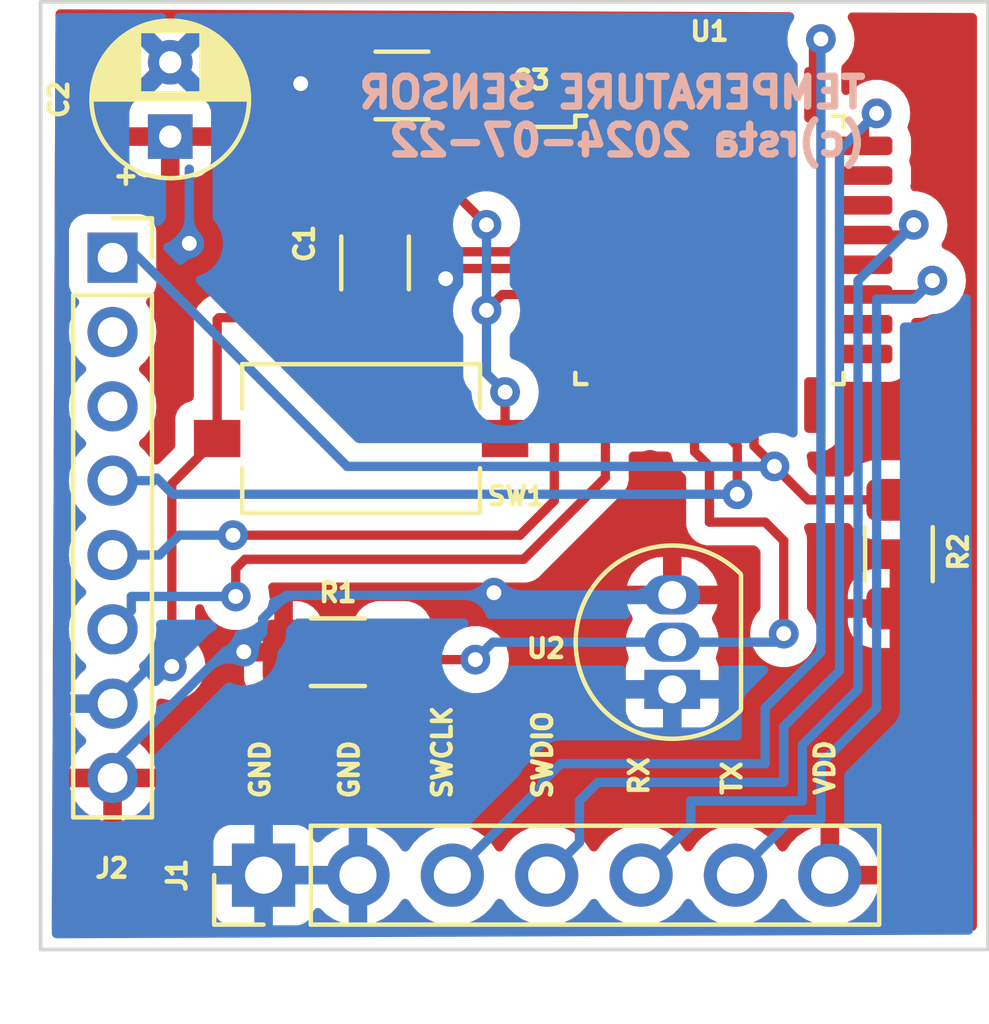
<source format=kicad_pcb>
(kicad_pcb (version 20221018) (generator pcbnew)
  (title_block (title "Temp sensor") (date "2023-12-30") (rev "0.9") (comment 4 "AISLER Project ID: LMPZAFJF"))
  (layers (0 "F.Cu" signal) (31 "B.Cu" signal) (34 "B.Paste" user) (35 "F.Paste" user) (36 "B.SilkS" user "B.Silkscreen") (37 "F.SilkS" user "F.Silkscreen") (38 "B.Mask" user) (39 "F.Mask" user) (44 "Edge.Cuts" user))
  (net 0 "")
  (net 1 "VDD")
  (net 2 "GND")
  (net 3 "Net-(J1-Pin_3)")
  (net 4 "Net-(J1-Pin_4)")
  (net 5 "Net-(J1-Pin_5)")
  (net 6 "Net-(J1-Pin_6)")
  (net 7 "Net-(J2-Pin_1)")
  (net 10 "Net-(J2-Pin_4)")
  (net 11 "Net-(J2-Pin_5)")
  (net 12 "Net-(J2-Pin_6)")
  (net 16 "Net-(U1-NRST)")
  (net 29 "Net-(U1-PA5)")
  (footprint "Resistor_SMD:R_1206_3216Metric" (layer "F.Cu") (at 154 96)
    (fp_text reference "R1" (at 0 -1.6) (layer "F.SilkS") (effects (font (size 0.5 0.5) (thickness 0.125))))
    (fp_text value "4k7")
    (fp_line (start -0.727064 -0.91) (end 0.727064 -0.91) (stroke (width 0.12)) (layer "F.SilkS"))
    (fp_line (start -0.727064 0.91) (end 0.727064 0.91) (stroke (width 0.12)) (layer "F.SilkS"))
    (pad "1" smd roundrect (at -1.4625 0) (size 1.125 1.75) (layers "F.Cu" "F.Paste" "F.Mask") (roundrect_rratio 0.2222222222) (net 1 "VDD"))
    (pad "2" smd roundrect (at 1.4625 0) (size 1.125 1.75) (layers "F.Cu" "F.Paste" "F.Mask") (roundrect_rratio 0.2222222222) (net 29 "Net-(U1-PA5)"))
  )
  (footprint "Capacitor_SMD:C_1206_3216Metric" (layer "F.Cu") (at 155 85.525 -90)
    (fp_text reference "C1" (at -0.525 1.9 90) (layer "F.SilkS") (effects (font (size 0.5 0.5) (thickness 0.125))))
    (fp_text value "100nF")
    (fp_line (start -0.711252 -0.91) (end 0.711252 -0.91) (stroke (width 0.12)) (layer "F.SilkS"))
    (fp_line (start -0.711252 0.91) (end 0.711252 0.91) (stroke (width 0.12)) (layer "F.SilkS"))
    (pad "1" smd roundrect (at -1.475 0 270) (size 1.15 1.8) (layers "F.Cu" "F.Paste" "F.Mask") (roundrect_rratio 0.2173913043) (net 1 "VDD"))
    (pad "2" smd roundrect (at 1.475 0 270) (size 1.15 1.8) (layers "F.Cu" "F.Paste" "F.Mask") (roundrect_rratio 0.2173913043) (net 2 "GND"))
  )
  (footprint "Capacitor_THT:CP_Radial_D4.0mm_P2.00mm" (layer "F.Cu") (at 149.487638 82.125661 90)
    (fp_text reference "C2" (at 1 -3 90) (layer "F.SilkS") (effects (font (size 0.5 0.5) (thickness 0.125))))
    (fp_text value "4.7uF")
    (fp_line (start -1.269801 -1.195) (end -0.869801 -1.195) (stroke (width 0.12)) (layer "F.SilkS"))
    (fp_line (start -1.069801 -1.395) (end -1.069801 -0.995) (stroke (width 0.12)) (layer "F.SilkS"))
    (fp_line (start 1 -2.08) (end 1 2.08) (stroke (width 0.12)) (layer "F.SilkS"))
    (fp_line (start 1.04 -2.08) (end 1.04 2.08) (stroke (width 0.12)) (layer "F.SilkS"))
    (fp_line (start 1.08 -2.079) (end 1.08 2.079) (stroke (width 0.12)) (layer "F.SilkS"))
    (fp_line (start 1.12 -2.077) (end 1.12 2.077) (stroke (width 0.12)) (layer "F.SilkS"))
    (fp_line (start 1.16 -2.074) (end 1.16 2.074) (stroke (width 0.12)) (layer "F.SilkS"))
    (fp_line (start 1.2 -2.071) (end 1.2 -0.84) (stroke (width 0.12)) (layer "F.SilkS"))
    (fp_line (start 1.2 0.84) (end 1.2 2.071) (stroke (width 0.12)) (layer "F.SilkS"))
    (fp_line (start 1.24 -2.067) (end 1.24 -0.84) (stroke (width 0.12)) (layer "F.SilkS"))
    (fp_line (start 1.24 0.84) (end 1.24 2.067) (stroke (width 0.12)) (layer "F.SilkS"))
    (fp_line (start 1.28 -2.062) (end 1.28 -0.84) (stroke (width 0.12)) (layer "F.SilkS"))
    (fp_line (start 1.28 0.84) (end 1.28 2.062) (stroke (width 0.12)) (layer "F.SilkS"))
    (fp_line (start 1.32 -2.056) (end 1.32 -0.84) (stroke (width 0.12)) (layer "F.SilkS"))
    (fp_line (start 1.32 0.84) (end 1.32 2.056) (stroke (width 0.12)) (layer "F.SilkS"))
    (fp_line (start 1.36 -2.05) (end 1.36 -0.84) (stroke (width 0.12)) (layer "F.SilkS"))
    (fp_line (start 1.36 0.84) (end 1.36 2.05) (stroke (width 0.12)) (layer "F.SilkS"))
    (fp_line (start 1.4 -2.042) (end 1.4 -0.84) (stroke (width 0.12)) (layer "F.SilkS"))
    (fp_line (start 1.4 0.84) (end 1.4 2.042) (stroke (width 0.12)) (layer "F.SilkS"))
    (fp_line (start 1.44 -2.034) (end 1.44 -0.84) (stroke (width 0.12)) (layer "F.SilkS"))
    (fp_line (start 1.44 0.84) (end 1.44 2.034) (stroke (width 0.12)) (layer "F.SilkS"))
    (fp_line (start 1.48 -2.025) (end 1.48 -0.84) (stroke (width 0.12)) (layer "F.SilkS"))
    (fp_line (start 1.48 0.84) (end 1.48 2.025) (stroke (width 0.12)) (layer "F.SilkS"))
    (fp_line (start 1.52 -2.016) (end 1.52 -0.84) (stroke (width 0.12)) (layer "F.SilkS"))
    (fp_line (start 1.52 0.84) (end 1.52 2.016) (stroke (width 0.12)) (layer "F.SilkS"))
    (fp_line (start 1.56 -2.005) (end 1.56 -0.84) (stroke (width 0.12)) (layer "F.SilkS"))
    (fp_line (start 1.56 0.84) (end 1.56 2.005) (stroke (width 0.12)) (layer "F.SilkS"))
    (fp_line (start 1.6 -1.994) (end 1.6 -0.84) (stroke (width 0.12)) (layer "F.SilkS"))
    (fp_line (start 1.6 0.84) (end 1.6 1.994) (stroke (width 0.12)) (layer "F.SilkS"))
    (fp_line (start 1.64 -1.982) (end 1.64 -0.84) (stroke (width 0.12)) (layer "F.SilkS"))
    (fp_line (start 1.64 0.84) (end 1.64 1.982) (stroke (width 0.12)) (layer "F.SilkS"))
    (fp_line (start 1.68 -1.968) (end 1.68 -0.84) (stroke (width 0.12)) (layer "F.SilkS"))
    (fp_line (start 1.68 0.84) (end 1.68 1.968) (stroke (width 0.12)) (layer "F.SilkS"))
    (fp_line (start 1.721 -1.954) (end 1.721 -0.84) (stroke (width 0.12)) (layer "F.SilkS"))
    (fp_line (start 1.721 0.84) (end 1.721 1.954) (stroke (width 0.12)) (layer "F.SilkS"))
    (fp_line (start 1.761 -1.94) (end 1.761 -0.84) (stroke (width 0.12)) (layer "F.SilkS"))
    (fp_line (start 1.761 0.84) (end 1.761 1.94) (stroke (width 0.12)) (layer "F.SilkS"))
    (fp_line (start 1.801 -1.924) (end 1.801 -0.84) (stroke (width 0.12)) (layer "F.SilkS"))
    (fp_line (start 1.801 0.84) (end 1.801 1.924) (stroke (width 0.12)) (layer "F.SilkS"))
    (fp_line (start 1.841 -1.907) (end 1.841 -0.84) (stroke (width 0.12)) (layer "F.SilkS"))
    (fp_line (start 1.841 0.84) (end 1.841 1.907) (stroke (width 0.12)) (layer "F.SilkS"))
    (fp_line (start 1.881 -1.889) (end 1.881 -0.84) (stroke (width 0.12)) (layer "F.SilkS"))
    (fp_line (start 1.881 0.84) (end 1.881 1.889) (stroke (width 0.12)) (layer "F.SilkS"))
    (fp_line (start 1.921 -1.87) (end 1.921 -0.84) (stroke (width 0.12)) (layer "F.SilkS"))
    (fp_line (start 1.921 0.84) (end 1.921 1.87) (stroke (width 0.12)) (layer "F.SilkS"))
    (fp_line (start 1.961 -1.851) (end 1.961 -0.84) (stroke (width 0.12)) (layer "F.SilkS"))
    (fp_line (start 1.961 0.84) (end 1.961 1.851) (stroke (width 0.12)) (layer "F.SilkS"))
    (fp_line (start 2.001 -1.83) (end 2.001 -0.84) (stroke (width 0.12)) (layer "F.SilkS"))
    (fp_line (start 2.001 0.84) (end 2.001 1.83) (stroke (width 0.12)) (layer "F.SilkS"))
    (fp_line (start 2.041 -1.808) (end 2.041 -0.84) (stroke (width 0.12)) (layer "F.SilkS"))
    (fp_line (start 2.041 0.84) (end 2.041 1.808) (stroke (width 0.12)) (layer "F.SilkS"))
    (fp_line (start 2.081 -1.785) (end 2.081 -0.84) (stroke (width 0.12)) (layer "F.SilkS"))
    (fp_line (start 2.081 0.84) (end 2.081 1.785) (stroke (width 0.12)) (layer "F.SilkS"))
    (fp_line (start 2.121 -1.76) (end 2.121 -0.84) (stroke (width 0.12)) (layer "F.SilkS"))
    (fp_line (start 2.121 0.84) (end 2.121 1.76) (stroke (width 0.12)) (layer "F.SilkS"))
    (fp_line (start 2.161 -1.735) (end 2.161 -0.84) (stroke (width 0.12)) (layer "F.SilkS"))
    (fp_line (start 2.161 0.84) (end 2.161 1.735) (stroke (width 0.12)) (layer "F.SilkS"))
    (fp_line (start 2.201 -1.708) (end 2.201 -0.84) (stroke (width 0.12)) (layer "F.SilkS"))
    (fp_line (start 2.201 0.84) (end 2.201 1.708) (stroke (width 0.12)) (layer "F.SilkS"))
    (fp_line (start 2.241 -1.68) (end 2.241 -0.84) (stroke (width 0.12)) (layer "F.SilkS"))
    (fp_line (start 2.241 0.84) (end 2.241 1.68) (stroke (width 0.12)) (layer "F.SilkS"))
    (fp_line (start 2.281 -1.65) (end 2.281 -0.84) (stroke (width 0.12)) (layer "F.SilkS"))
    (fp_line (start 2.281 0.84) (end 2.281 1.65) (stroke (width 0.12)) (layer "F.SilkS"))
    (fp_line (start 2.321 -1.619) (end 2.321 -0.84) (stroke (width 0.12)) (layer "F.SilkS"))
    (fp_line (start 2.321 0.84) (end 2.321 1.619) (stroke (width 0.12)) (layer "F.SilkS"))
    (fp_line (start 2.361 -1.587) (end 2.361 -0.84) (stroke (width 0.12)) (layer "F.SilkS"))
    (fp_line (start 2.361 0.84) (end 2.361 1.587) (stroke (width 0.12)) (layer "F.SilkS"))
    (fp_line (start 2.401 -1.552) (end 2.401 -0.84) (stroke (width 0.12)) (layer "F.SilkS"))
    (fp_line (start 2.401 0.84) (end 2.401 1.552) (stroke (width 0.12)) (layer "F.SilkS"))
    (fp_line (start 2.441 -1.516) (end 2.441 -0.84) (stroke (width 0.12)) (layer "F.SilkS"))
    (fp_line (start 2.441 0.84) (end 2.441 1.516) (stroke (width 0.12)) (layer "F.SilkS"))
    (fp_line (start 2.481 -1.478) (end 2.481 -0.84) (stroke (width 0.12)) (layer "F.SilkS"))
    (fp_line (start 2.481 0.84) (end 2.481 1.478) (stroke (width 0.12)) (layer "F.SilkS"))
    (fp_line (start 2.521 -1.438) (end 2.521 -0.84) (stroke (width 0.12)) (layer "F.SilkS"))
    (fp_line (start 2.521 0.84) (end 2.521 1.438) (stroke (width 0.12)) (layer "F.SilkS"))
    (fp_line (start 2.561 -1.396) (end 2.561 -0.84) (stroke (width 0.12)) (layer "F.SilkS"))
    (fp_line (start 2.561 0.84) (end 2.561 1.396) (stroke (width 0.12)) (layer "F.SilkS"))
    (fp_line (start 2.601 -1.351) (end 2.601 -0.84) (stroke (width 0.12)) (layer "F.SilkS"))
    (fp_line (start 2.601 0.84) (end 2.601 1.351) (stroke (width 0.12)) (layer "F.SilkS"))
    (fp_line (start 2.641 -1.304) (end 2.641 -0.84) (stroke (width 0.12)) (layer "F.SilkS"))
    (fp_line (start 2.641 0.84) (end 2.641 1.304) (stroke (width 0.12)) (layer "F.SilkS"))
    (fp_line (start 2.681 -1.254) (end 2.681 -0.84) (stroke (width 0.12)) (layer "F.SilkS"))
    (fp_line (start 2.681 0.84) (end 2.681 1.254) (stroke (width 0.12)) (layer "F.SilkS"))
    (fp_line (start 2.721 -1.2) (end 2.721 -0.84) (stroke (width 0.12)) (layer "F.SilkS"))
    (fp_line (start 2.721 0.84) (end 2.721 1.2) (stroke (width 0.12)) (layer "F.SilkS"))
    (fp_line (start 2.761 -1.142) (end 2.761 -0.84) (stroke (width 0.12)) (layer "F.SilkS"))
    (fp_line (start 2.761 0.84) (end 2.761 1.142) (stroke (width 0.12)) (layer "F.SilkS"))
    (fp_line (start 2.801 -1.08) (end 2.801 -0.84) (stroke (width 0.12)) (layer "F.SilkS"))
    (fp_line (start 2.801 0.84) (end 2.801 1.08) (stroke (width 0.12)) (layer "F.SilkS"))
    (fp_line (start 2.841 -1.013) (end 2.841 1.013) (stroke (width 0.12)) (layer "F.SilkS"))
    (fp_line (start 2.881 -0.94) (end 2.881 0.94) (stroke (width 0.12)) (layer "F.SilkS"))
    (fp_line (start 2.921 -0.859) (end 2.921 0.859) (stroke (width 0.12)) (layer "F.SilkS"))
    (fp_line (start 2.961 -0.768) (end 2.961 0.768) (stroke (width 0.12)) (layer "F.SilkS"))
    (fp_line (start 3.001 -0.664) (end 3.001 0.664) (stroke (width 0.12)) (layer "F.SilkS"))
    (fp_line (start 3.041 -0.537) (end 3.041 0.537) (stroke (width 0.12)) (layer "F.SilkS"))
    (fp_line (start 3.081 -0.37) (end 3.081 0.37) (stroke (width 0.12)) (layer "F.SilkS"))
    (fp_circle (center 1 0) (end 3.12 0) (stroke (width 0.12)) (fill none) (layer "F.SilkS"))
    (pad "1" thru_hole rect (at 0 0 90) (size 1.2 1.2) (drill 0.6) (layers "*.Cu" "*.Mask") (net 1 "VDD"))
    (pad "2" thru_hole circle (at 2 0 90) (size 1.2 1.2) (drill 0.6) (layers "*.Cu" "*.Mask") (net 2 "GND"))
  )
  (footprint "Connector_PinHeader_2.54mm:PinHeader_1x07_P2.54mm_Vertical" (layer "F.Cu") (at 152 102 90)
    (fp_text reference "J1" (at 0 -2.33 90) (layer "F.SilkS") (effects (font (size 0.5 0.5) (thickness 0.125))))
    (fp_text value "INTERFACE")
    (fp_line (start -1.33 -1.33) (end 0 -1.33) (stroke (width 0.12)) (layer "F.SilkS"))
    (fp_line (start -1.33 0) (end -1.33 -1.33) (stroke (width 0.12)) (layer "F.SilkS"))
    (fp_line (start -1.33 1.27) (end -1.33 16.57) (stroke (width 0.12)) (layer "F.SilkS"))
    (fp_line (start -1.33 1.27) (end 1.33 1.27) (stroke (width 0.12)) (layer "F.SilkS"))
    (fp_line (start -1.33 16.57) (end 1.33 16.57) (stroke (width 0.12)) (layer "F.SilkS"))
    (fp_line (start 1.33 1.27) (end 1.33 16.57) (stroke (width 0.12)) (layer "F.SilkS"))
    (pad "1" thru_hole rect (at 0 0 90) (size 1.7 1.7) (drill 1) (layers "*.Cu" "*.Mask") (net 2 "GND"))
    (pad "2" thru_hole oval (at 0 2.54 90) (size 1.7 1.7) (drill 1) (layers "*.Cu" "*.Mask") (net 2 "GND"))
    (pad "3" thru_hole oval (at 0 5.08 90) (size 1.7 1.7) (drill 1) (layers "*.Cu" "*.Mask") (net 3 "Net-(J1-Pin_3)"))
    (pad "4" thru_hole oval (at 0 7.62 90) (size 1.7 1.7) (drill 1) (layers "*.Cu" "*.Mask") (net 4 "Net-(J1-Pin_4)"))
    (pad "5" thru_hole oval (at 0 10.16 90) (size 1.7 1.7) (drill 1) (layers "*.Cu" "*.Mask") (net 5 "Net-(J1-Pin_5)"))
    (pad "6" thru_hole oval (at 0 12.7 90) (size 1.7 1.7) (drill 1) (layers "*.Cu" "*.Mask") (net 6 "Net-(J1-Pin_6)"))
    (pad "7" thru_hole oval (at 0 15.24 90) (size 1.7 1.7) (drill 1) (layers "*.Cu" "*.Mask") (net 1 "VDD"))
  )
  (footprint "Package_QFP:LQFP-32_7x7mm_P0.8mm" (layer "F.Cu") (at 164 85.175)
    (fp_text reference "U1" (at 0 -5.88) (layer "F.SilkS") (effects (font (size 0.5 0.5) (thickness 0.125))))
    (fp_text value "STM32G070KBTx" hide)
    (fp_line (start -3.61 -3.61) (end -3.61 -3.31) (stroke (width 0.12)) (layer "F.SilkS"))
    (fp_line (start -3.61 -3.31) (end -4.925 -3.31) (stroke (width 0.12)) (layer "F.SilkS"))
    (fp_line (start -3.61 3.61) (end -3.61 3.31) (stroke (width 0.12)) (layer "F.SilkS"))
    (fp_line (start -3.31 -3.61) (end -3.61 -3.61) (stroke (width 0.12)) (layer "F.SilkS"))
    (fp_line (start -3.31 3.61) (end -3.61 3.61) (stroke (width 0.12)) (layer "F.SilkS"))
    (fp_line (start 3.31 -3.61) (end 3.61 -3.61) (stroke (width 0.12)) (layer "F.SilkS"))
    (fp_line (start 3.31 3.61) (end 3.61 3.61) (stroke (width 0.12)) (layer "F.SilkS"))
    (fp_line (start 3.61 -3.61) (end 3.61 -3.31) (stroke (width 0.12)) (layer "F.SilkS"))
    (fp_line (start 3.61 3.61) (end 3.61 3.31) (stroke (width 0.12)) (layer "F.SilkS"))
    (pad "1" smd roundrect (at -4.175 -2.8) (size 1.5 0.5) (layers "F.Cu" "F.Paste" "F.Mask"))
    (pad "2" smd roundrect (at -4.175 -2) (size 1.5 0.5) (layers "F.Cu" "F.Paste" "F.Mask"))
    (pad "3" smd roundrect (at -4.175 -1.2) (size 1.5 0.5) (layers "F.Cu" "F.Paste" "F.Mask"))
    (pad "4" smd roundrect (at -4.175 -0.4) (size 1.5 0.5) (layers "F.Cu" "F.Paste" "F.Mask") (net 1 "VDD"))
    (pad "5" smd roundrect (at -4.175 0.4) (size 1.5 0.5) (layers "F.Cu" "F.Paste" "F.Mask") (net 2 "GND"))
    (pad "6" smd roundrect (at -4.175 1.2) (size 1.5 0.5) (layers "F.Cu" "F.Paste" "F.Mask") (net 16 "Net-(U1-NRST)"))
    (pad "7" smd roundrect (at -4.175 2) (size 1.5 0.5) (layers "F.Cu" "F.Paste" "F.Mask"))
    (pad "8" smd roundrect (at -4.175 2.8) (size 1.5 0.5) (layers "F.Cu" "F.Paste" "F.Mask") (net 11 "Net-(J2-Pin_5)"))
    (pad "9" smd roundrect (at -2.8 4.175) (size 0.5 1.5) (layers "F.Cu" "F.Paste" "F.Mask") (net 12 "Net-(J2-Pin_6)"))
    (pad "10" smd roundrect (at -2 4.175) (size 0.5 1.5) (layers "F.Cu" "F.Paste" "F.Mask"))
    (pad "11" smd roundrect (at -1.2 4.175) (size 0.5 1.5) (layers "F.Cu" "F.Paste" "F.Mask"))
    (pad "12" smd roundrect (at -0.4 4.175) (size 0.5 1.5) (layers "F.Cu" "F.Paste" "F.Mask") (net 29 "Net-(U1-PA5)"))
    (pad "13" smd roundrect (at 0.4 4.175) (size 0.5 1.5) (layers "F.Cu" "F.Paste" "F.Mask") (net 10 "Net-(J2-Pin_4)"))
    (pad "14" smd roundrect (at 1.2 4.175) (size 0.5 1.5) (layers "F.Cu" "F.Paste" "F.Mask") (net 7 "Net-(J2-Pin_1)"))
    (pad "15" smd roundrect (at 2 4.175) (size 0.5 1.5) (layers "F.Cu" "F.Paste" "F.Mask"))
    (pad "16" smd roundrect (at 2.8 4.175) (size 0.5 1.5) (layers "F.Cu" "F.Paste" "F.Mask"))
    (pad "17" smd roundrect (at 4.175 2.8) (size 1.5 0.5) (layers "F.Cu" "F.Paste" "F.Mask"))
    (pad "18" smd roundrect (at 4.175 2) (size 1.5 0.5) (layers "F.Cu" "F.Paste" "F.Mask"))
    (pad "19" smd roundrect (at 4.175 1.2) (size 1.5 0.5) (layers "F.Cu" "F.Paste" "F.Mask") (net 6 "Net-(J1-Pin_6)"))
    (pad "20" smd roundrect (at 4.175 0.4) (size 1.5 0.5) (layers "F.Cu" "F.Paste" "F.Mask"))
    (pad "21" smd roundrect (at 4.175 -0.4) (size 1.5 0.5) (layers "F.Cu" "F.Paste" "F.Mask") (net 5 "Net-(J1-Pin_5)"))
    (pad "22" smd roundrect (at 4.175 -1.2) (size 1.5 0.5) (layers "F.Cu" "F.Paste" "F.Mask"))
    (pad "23" smd roundrect (at 4.175 -2) (size 1.5 0.5) (layers "F.Cu" "F.Paste" "F.Mask"))
    (pad "24" smd roundrect (at 4.175 -2.8) (size 1.5 0.5) (layers "F.Cu" "F.Paste" "F.Mask") (net 4 "Net-(J1-Pin_4)"))
    (pad "25" smd roundrect (at 2.8 -4.175) (size 0.5 1.5) (layers "F.Cu" "F.Paste" "F.Mask") (net 3 "Net-(J1-Pin_3)"))
    (pad "26" smd roundrect (at 2 -4.175) (size 0.5 1.5) (layers "F.Cu" "F.Paste" "F.Mask"))
    (pad "27" smd roundrect (at 1.2 -4.175) (size 0.5 1.5) (layers "F.Cu" "F.Paste" "F.Mask"))
    (pad "28" smd roundrect (at 0.4 -4.175) (size 0.5 1.5) (layers "F.Cu" "F.Paste" "F.Mask"))
    (pad "29" smd roundrect (at -0.4 -4.175) (size 0.5 1.5) (layers "F.Cu" "F.Paste" "F.Mask"))
    (pad "30" smd roundrect (at -1.2 -4.175) (size 0.5 1.5) (layers "F.Cu" "F.Paste" "F.Mask"))
    (pad "31" smd roundrect (at -2 -4.175) (size 0.5 1.5) (layers "F.Cu" "F.Paste" "F.Mask"))
    (pad "32" smd roundrect (at -2.8 -4.175) (size 0.5 1.5) (layers "F.Cu" "F.Paste" "F.Mask"))
  )
  (footprint "Button_Switch_SMD:SW_Tactile_SPST_NO_Straight_CK_PTS636Sx25SMTRLFS" (layer "F.Cu") (at 154.625 90.25 180)
    (fp_text reference "SW1" (at -4.175 -1.55 unlocked) (layer "F.SilkS") (effects (font (size 0.5 0.5) (thickness 0.125))))
    (fp_text value "NRST")
    (fp_line (start -3.2 -2) (end -3.2 -0.8) (stroke (width 0.12)) (layer "F.SilkS"))
    (fp_line (start -3.2 0.8) (end -3.2 2) (stroke (width 0.12)) (layer "F.SilkS"))
    (fp_line (start -3.2 2) (end 3.2 2) (stroke (width 0.12)) (layer "F.SilkS"))
    (fp_line (start 3.2 -2) (end -3.2 -2) (stroke (width 0.12)) (layer "F.SilkS"))
    (fp_line (start 3.2 -0.8) (end 3.2 -2) (stroke (width 0.12)) (layer "F.SilkS"))
    (fp_line (start 3.2 2) (end 3.2 0.8) (stroke (width 0.12)) (layer "F.SilkS"))
    (pad "1" smd rect (at -3.875 0 180) (size 1.25 1) (layers "F.Cu" "F.Paste" "F.Mask") (net 16 "Net-(U1-NRST)"))
    (pad "2" smd rect (at 3.875 0 180) (size 1.25 1) (layers "F.Cu" "F.Paste" "F.Mask") (net 2 "GND"))
  )
  (footprint "Connector_PinSocket_2.00mm:PinSocket_1x08_P2.00mm_Vertical" (layer "F.Cu") (at 147.935269 85.384586)
    (fp_text reference "J2" (at -0.017676 16.429807) (layer "F.SilkS") (effects (font (size 0.5 0.5) (thickness 0.125))))
    (fp_text value "CC1101")
    (fp_line (start -1.06 1) (end -1.06 15.06) (stroke (width 0.12)) (layer "F.SilkS"))
    (fp_line (start -1.06 1) (end 1.06 1) (stroke (width 0.12)) (layer "F.SilkS"))
    (fp_line (start -1.06 15.06) (end 1.06 15.06) (stroke (width 0.12)) (layer "F.SilkS"))
    (fp_line (start 0 -1.06) (end 1.06 -1.06) (stroke (width 0.12)) (layer "F.SilkS"))
    (fp_line (start 1.06 -1.06) (end 1.06 0) (stroke (width 0.12)) (layer "F.SilkS"))
    (fp_line (start 1.06 1) (end 1.06 15.06) (stroke (width 0.12)) (layer "F.SilkS"))
    (pad "1" thru_hole rect (at 0 0) (size 1.35 1.35) (drill 0.8) (layers "*.Cu" "*.Mask") (net 7 "Net-(J2-Pin_1)"))
    (pad "2" thru_hole oval (at 0 2) (size 1.35 1.35) (drill 0.8) (layers "*.Cu" "*.Mask"))
    (pad "3" thru_hole oval (at 0 4) (size 1.35 1.35) (drill 0.8) (layers "*.Cu" "*.Mask"))
    (pad "4" thru_hole oval (at 0 6) (size 1.35 1.35) (drill 0.8) (layers "*.Cu" "*.Mask") (net 10 "Net-(J2-Pin_4)"))
    (pad "5" thru_hole oval (at 0 8) (size 1.35 1.35) (drill 0.8) (layers "*.Cu" "*.Mask") (net 11 "Net-(J2-Pin_5)"))
    (pad "6" thru_hole oval (at 0 10) (size 1.35 1.35) (drill 0.8) (layers "*.Cu" "*.Mask") (net 12 "Net-(J2-Pin_6)"))
    (pad "7" thru_hole oval (at 0 12) (size 1.35 1.35) (drill 0.8) (layers "*.Cu" "*.Mask") (net 2 "GND"))
    (pad "8" thru_hole oval (at 0 14) (size 1.35 1.35) (drill 0.8) (layers "*.Cu" "*.Mask") (net 1 "VDD"))
  )
  (footprint "Resistor_SMD:R_1206_3216Metric" (layer "F.Cu") (at 169.1 93.3625 -90)
    (fp_text reference "R2" (at -0.0625 -1.6 90) (layer "F.SilkS") (effects (font (size 0.5 0.5) (thickness 0.125))))
    (fp_text value "1M")
    (fp_line (start -0.727064 -0.91) (end 0.727064 -0.91) (stroke (width 0.12)) (layer "F.SilkS"))
    (fp_line (start -0.727064 0.91) (end 0.727064 0.91) (stroke (width 0.12)) (layer "F.SilkS"))
    (pad "1" smd roundrect (at -1.4625 0 270) (size 1.125 1.75) (layers "F.Cu" "F.Paste" "F.Mask") (roundrect_rratio 0.2222222222) (net 7 "Net-(J2-Pin_1)"))
    (pad "2" smd roundrect (at 1.4625 0 270) (size 1.125 1.75) (layers "F.Cu" "F.Paste" "F.Mask") (roundrect_rratio 0.2222222222) (net 1 "VDD"))
  )
  (footprint "Package_TO_SOT_THT:TO-92_Inline" (layer "F.Cu") (at 163 97 90)
    (fp_text reference "U2" (at 1.1 -3.4 180) (layer "F.SilkS") (effects (font (size 0.5 0.5) (thickness 0.125))))
    (fp_text value "DS18B20")
    (fp_line (start -0.53 1.85) (end 3.07 1.85) (stroke (width 0.12)) (layer "F.SilkS"))
    (fp_arc (start -0.568478 1.838478) (mid -1.132087 -0.994977) (end 1.27 -2.6) (stroke (width 0.12)) (layer "F.SilkS"))
    (fp_arc (start 1.27 -2.6) (mid 3.672087 -0.994977) (end 3.108478 1.838478) (stroke (width 0.12)) (layer "F.SilkS"))
    (pad "1" thru_hole rect (at 0 0 90) (size 1.05 1.5) (drill 0.75) (layers "*.Cu" "*.Mask") (net 2 "GND"))
    (pad "2" thru_hole oval (at 1.27 0 90) (size 1.05 1.5) (drill 0.75) (layers "*.Cu" "*.Mask") (net 29 "Net-(U1-PA5)"))
    (pad "3" thru_hole oval (at 2.54 0 90) (size 1.05 1.5) (drill 0.75) (layers "*.Cu" "*.Mask") (net 1 "VDD"))
  )
  (footprint "Capacitor_SMD:C_1206_3216Metric" (layer "F.Cu") (at 155.725 80.75)
    (fp_text reference "C3" (at 3.475 -0.15) (layer "F.SilkS") (effects (font (size 0.5 0.5) (thickness 0.125))))
    (fp_text value "100nF")
    (fp_line (start -0.711252 -0.91) (end 0.711252 -0.91) (stroke (width 0.12)) (layer "F.SilkS"))
    (fp_line (start -0.711252 0.91) (end 0.711252 0.91) (stroke (width 0.12)) (layer "F.SilkS"))
    (pad "1" smd roundrect (at -1.475 0) (size 1.15 1.8) (layers "F.Cu" "F.Paste" "F.Mask") (roundrect_rratio 0.2173913043) (net 2 "GND"))
    (pad "2" smd roundrect (at 1.475 0) (size 1.15 1.8) (layers "F.Cu" "F.Paste" "F.Mask") (roundrect_rratio 0.2173913043) (net 16 "Net-(U1-NRST)"))
  )
  (gr_rect (start 146 78.5) (end 171.5 104) (stroke (width 0.1)) (fill none) (layer "Edge.Cuts"))
  (gr_text "TEMPERATURE SENSOR\n(c)rsta 2024-07-22" (at 168.3 82.7) (layer "B.SilkS") (effects (font (size 0.8 0.8) (thickness 0.2) bold) (justify left bottom mirror)))
  (gr_text "RX" (at 162.4 99.9 90) (layer "F.SilkS") (effects (font (size 0.5 0.5) (thickness 0.125)) (justify left bottom)))
  (gr_text "SWDIO" (at 159.8 100 90) (layer "F.SilkS") (effects (font (size 0.5 0.5) (thickness 0.125)) (justify left bottom)))
  (gr_text "SWCLK" (at 157.1 100 90) (layer "F.SilkS") (effects (font (size 0.5 0.5) (thickness 0.125)) (justify left bottom)))
  (gr_text "SWDIO" (at 159.8 100 90) (layer "F.SilkS") (effects (font (size 0.5 0.5) (thickness 0.125)) (justify left bottom)))
  (gr_text "TX" (at 164.9 99.9 90) (layer "F.SilkS") (effects (font (size 0.5 0.5) (thickness 0.125)) (justify left bottom)))
  (gr_text "GND" (at 154.6 100 90) (layer "F.SilkS") (effects (font (size 0.5 0.5) (thickness 0.125)) (justify left bottom)))
  (gr_text "VDD" (at 167.4 99.9 90) (layer "F.SilkS") (effects (font (size 0.5 0.5) (thickness 0.125)) (justify left bottom)))
  (gr_text "GND" (at 152.2 100 90) (layer "F.SilkS") (effects (font (size 0.5 0.5) (thickness 0.125)) (justify left bottom)))
  (segment (start 155 84.05) (end 156.175 85.225) (width 0.25) (layer "F.Cu") (net 1))
  (segment (start 158.675 85.225) (end 159.125 84.775) (width 0.25) (layer "F.Cu") (net 1))
  (segment (start 152.526088 95.988588) (end 152.5375 96) (width 0.25) (layer "F.Cu") (net 1))
  (segment (start 151.467571 95.988588) (end 152.526088 95.988588) (width 0.25) (layer "F.Cu") (net 1))
  (segment (start 159.125 84.775) (end 159.825 84.775) (width 0.25) (layer "F.Cu") (net 1))
  (segment (start 156.175 85.225) (end 158.675 85.225) (width 0.25) (layer "F.Cu") (net 1))
  (via (at 158.2 94.4) (size 0.8) (drill 0.4) (layers "F.Cu" "B.Cu") (net 1))
  (via (at 151.467571 95.988588) (size 0.8) (drill 0.4) (layers "F.Cu" "B.Cu") (net 1))
  (via (at 150 85) (size 0.8) (drill 0.4) (layers "F.Cu" "B.Cu") (net 1))
  (segment (start 150 85) (end 150 83) (width 0.25) (layer "B.Cu") (net 1))
  (segment (start 147.627139 99.312294) (end 150.950845 95.988588) (width 0.25) (layer "B.Cu") (net 1))
  (segment (start 158.26 94.46) (end 158.2 94.4) (width 0.25) (layer "B.Cu") (net 1))
  (segment (start 151.975 95.101155) (end 152.607582 94.468573) (width 0.25) (layer "B.Cu") (net 1))
  (segment (start 150.950845 95.988588) (end 151.467571 95.988588) (width 0.25) (layer "B.Cu") (net 1))
  (segment (start 152.607582 94.468573) (end 158.131427 94.468573) (width 0.25) (layer "B.Cu") (net 1))
  (segment (start 151.975 95.481159) (end 151.975 95.101155) (width 0.25) (layer "B.Cu") (net 1))
  (segment (start 151.467571 95.988588) (end 151.975 95.481159) (width 0.25) (layer "B.Cu") (net 1))
  (segment (start 163 94.46) (end 158.26 94.46) (width 0.25) (layer "B.Cu") (net 1))
  (segment (start 158.131427 94.468573) (end 158.2 94.4) (width 0.25) (layer "B.Cu") (net 1))
  (segment (start 155.175 87.175) (end 155 87) (width 0.25) (layer "F.Cu") (net 2))
  (segment (start 150.75 87.05) (end 150.75 90.25) (width 0.25) (layer "F.Cu") (net 2))
  (segment (start 150.8 87) (end 150.75 87.05) (width 0.25) (layer "F.Cu") (net 2))
  (segment (start 154.2 80.7) (end 154.25 80.75) (width 0.25) (layer "F.Cu") (net 2))
  (segment (start 159.825 85.575) (end 159.725 85.675) (width 0.25) (layer "F.Cu") (net 2))
  (segment (start 153.05 80.75) (end 153 80.7) (width 0.25) (layer "F.Cu") (net 2))
  (segment (start 149.529964 91.470036) (end 149.529964 96.384164) (width 0.25) (layer "F.Cu") (net 2))
  (segment (start 153 80.7) (end 154.2 80.7) (width 0.25) (layer "F.Cu") (net 2))
  (segment (start 155 87) (end 155.85 87) (width 0.25) (layer "F.Cu") (net 2))
  (segment (start 157.175 85.675) (end 156.9 85.95) (width 0.25) (layer "F.Cu") (net 2))
  (segment (start 150.75 90.25) (end 149.529964 91.470036) (width 0.25) (layer "F.Cu") (net 2))
  (segment (start 155.85 87) (end 156.9 85.95) (width 0.25) (layer "F.Cu") (net 2))
  (segment (start 159.725 85.675) (end 157.175 85.675) (width 0.25) (layer "F.Cu") (net 2))
  (segment (start 155 87) (end 150.8 87) (width 0.25) (layer "F.Cu") (net 2))
  (via (at 156.9 85.95) (size 0.8) (drill 0.4) (layers "F.Cu" "B.Cu") (net 2))
  (via (at 153 80.7) (size 0.8) (drill 0.4) (layers "F.Cu" "B.Cu") (net 2))
  (via (at 149.529964 96.384164) (size 0.8) (drill 0.4) (layers "F.Cu" "B.Cu") (net 2))
  (segment (start 149.529964 96.384164) (end 148.935691 96.384164) (width 0.25) (layer "B.Cu") (net 2))
  (segment (start 148.935691 96.384164) (end 147.935269 97.384586) (width 0.25) (layer "B.Cu") (net 2))
  (segment (start 166.8 81) (end 166.8 79.7) (width 0.25) (layer "F.Cu") (net 3))
  (segment (start 166.8 79.7) (end 167 79.5) (width 0.25) (layer "F.Cu") (net 3))
  (via (at 167 79.5) (size 0.8) (drill 0.4) (layers "F.Cu" "B.Cu") (net 3))
  (segment (start 167 79.5) (end 167 96) (width 0.25) (layer "B.Cu") (net 3))
  (segment (start 159.5 99.58) (end 157.08 102) (width 0.25) (layer "B.Cu") (net 3))
  (segment (start 165.5 99) (end 160 99) (width 0.25) (layer "B.Cu") (net 3))
  (segment (start 160 99) (end 159.5 99.5) (width 0.25) (layer "B.Cu") (net 3))
  (segment (start 165.5 97.5) (end 165.5 99) (width 0.25) (layer "B.Cu") (net 3))
  (segment (start 167 96) (end 165.5 97.5) (width 0.25) (layer "B.Cu") (net 3))
  (segment (start 159.5 99.5) (end 159.5 99.58) (width 0.25) (layer "B.Cu") (net 3))
  (segment (start 168.175 81.825) (end 168.5 81.5) (width 0.25) (layer "F.Cu") (net 4))
  (segment (start 168.175 82.375) (end 168.175 81.825) (width 0.25) (layer "F.Cu") (net 4))
  (via (at 168.5 81.5) (size 0.8) (drill 0.4) (layers "F.Cu" "B.Cu") (net 4))
  (segment (start 161 99.5) (end 160.5 100) (width 0.25) (layer "B.Cu") (net 4))
  (segment (start 166 98) (end 166 99.5) (width 0.25) (layer "B.Cu") (net 4))
  (segment (start 160.5 101.12) (end 159.62 102) (width 0.25) (layer "B.Cu") (net 4))
  (segment (start 168.5 81.5) (end 167.5 82.5) (width 0.25) (layer "B.Cu") (net 4))
  (segment (start 167.5 82.5) (end 167.5 96.5) (width 0.25) (layer "B.Cu") (net 4))
  (segment (start 166 99.5) (end 161 99.5) (width 0.25) (layer "B.Cu") (net 4))
  (segment (start 167.5 96.5) (end 166 98) (width 0.25) (layer "B.Cu") (net 4))
  (segment (start 160.5 100) (end 160.5 101.12) (width 0.25) (layer "B.Cu") (net 4))
  (segment (start 169.225 84.775) (end 169.5 84.5) (width 0.25) (layer "F.Cu") (net 5))
  (segment (start 168.175 84.775) (end 169.225 84.775) (width 0.25) (layer "F.Cu") (net 5))
  (via (at 169.5 84.5) (size 0.8) (drill 0.4) (layers "F.Cu" "B.Cu") (net 5))
  (segment (start 166.5 100) (end 163.5 100) (width 0.25) (layer "B.Cu") (net 5))
  (segment (start 168 86) (end 168 97) (width 0.25) (layer "B.Cu") (net 5))
  (segment (start 169.5 84.5) (end 168 86) (width 0.25) (layer "B.Cu") (net 5))
  (segment (start 168 97) (end 166.5 98.5) (width 0.25) (layer "B.Cu") (net 5))
  (segment (start 163.5 100) (end 163.5 100.66) (width 0.25) (layer "B.Cu") (net 5))
  (segment (start 163.5 100.66) (end 162.16 102) (width 0.25) (layer "B.Cu") (net 5))
  (segment (start 166.5 98.5) (end 166.5 100) (width 0.25) (layer "B.Cu") (net 5))
  (segment (start 168.175 86.375) (end 169.625 86.375) (width 0.25) (layer "F.Cu") (net 6))
  (segment (start 169.625 86.375) (end 170 86) (width 0.25) (layer "F.Cu") (net 6))
  (via (at 170 86) (size 0.8) (drill 0.4) (layers "F.Cu" "B.Cu") (net 6))
  (segment (start 167 99) (end 167 100.5) (width 0.25) (layer "B.Cu") (net 6))
  (segment (start 170 86) (end 169.5 86.5) (width 0.25) (layer "B.Cu") (net 6))
  (segment (start 166.2 100.5) (end 164.7 102) (width 0.25) (layer "B.Cu") (net 6))
  (segment (start 169.5 86.5) (end 168.5 86.5) (width 0.25) (layer "B.Cu") (net 6))
  (segment (start 168.5 86.5) (end 168.5 97.5) (width 0.25) (layer "B.Cu") (net 6))
  (segment (start 167 100.5) (end 166.2 100.5) (width 0.25) (layer "B.Cu") (net 6))
  (segment (start 168.5 97.5) (end 167 99) (width 0.25) (layer "B.Cu") (net 6))
  (segment (start 166.65 91.9) (end 169.1 91.9) (width 0.25) (layer "F.Cu") (net 7))
  (segment (start 165.75 91) (end 166.65 91.9) (width 0.25) (layer "F.Cu") (net 7))
  (segment (start 165.2 90.45) (end 165.75 91) (width 0.25) (layer "F.Cu") (net 7))
  (segment (start 165.2 89.35) (end 165.2 90.45) (width 0.25) (layer "F.Cu") (net 7))
  (via (at 165.75 91) (size 0.8) (drill 0.4) (layers "F.Cu" "B.Cu") (net 7))
  (segment (start 154.25 91) (end 148.634586 85.384586) (width 0.25) (layer "B.Cu") (net 7))
  (segment (start 154.25 91) (end 165.75 91) (width 0.25) (layer "B.Cu") (net 7))
  (segment (start 147.627139 85.312294) (end 148.562294 85.312294) (width 0.25) (layer "B.Cu") (net 7))
  (segment (start 148.634586 85.384586) (end 147.935269 85.384586) (width 0.25) (layer "B.Cu") (net 7))
  (segment (start 164.4 89.35) (end 164.4 90.099999) (width 0.25) (layer "F.Cu") (net 10))
  (segment (start 164.4 90.099999) (end 164.75 90.449999) (width 0.25) (layer "F.Cu") (net 10))
  (segment (start 164.75 90.449999) (end 164.75 91.75) (width 0.25) (layer "F.Cu") (net 10))
  (via (at 164.75 91.75) (size 0.8) (drill 0.4) (layers "F.Cu" "B.Cu") (net 10))
  (segment (start 149.122294 91.312294) (end 149.050002 91.384586) (width 0.25) (layer "B.Cu") (net 10))
  (segment (start 149.050002 91.384586) (end 147.935269 91.384586) (width 0.25) (layer "B.Cu") (net 10))
  (segment (start 149.56 91.75) (end 149.122294 91.312294) (width 0.25) (layer "B.Cu") (net 10))
  (segment (start 164.75 91.75) (end 149.56 91.75) (width 0.25) (layer "B.Cu") (net 10))
  (segment (start 159.825 91.925) (end 159.75 92) (width 0.25) (layer "F.Cu") (net 11))
  (segment (start 159.825 87.975) (end 159.825 91.925) (width 0.25) (layer "F.Cu") (net 11))
  (segment (start 159.75 92) (end 158.898013 92.851987) (width 0.25) (layer "F.Cu") (net 11))
  (segment (start 158.898013 92.851987) (end 151.175993 92.851987) (width 0.25) (layer "F.Cu") (net 11))
  (via (at 151.175993 92.851987) (size 0.8) (drill 0.4) (layers "F.Cu" "B.Cu") (net 11))
  (segment (start 149.195414 93.384586) (end 147.935269 93.384586) (width 0.25) (layer "B.Cu") (net 11))
  (segment (start 149.728013 92.851987) (end 149.195414 93.384586) (width 0.25) (layer "B.Cu") (net 11))
  (segment (start 151.175993 92.851987) (end 149.728013 92.851987) (width 0.25) (layer "B.Cu") (net 11))
  (segment (start 151.25 93.75) (end 151.25 94.5) (width 0.25) (layer "F.Cu") (net 12))
  (segment (start 159 93.5) (end 151.5 93.5) (width 0.25) (layer "F.Cu") (net 12))
  (segment (start 151.5 93.5) (end 151.25 93.75) (width 0.25) (layer "F.Cu") (net 12))
  (segment (start 161.2 91.3) (end 159 93.5) (width 0.25) (layer "F.Cu") (net 12))
  (segment (start 161.2 89.35) (end 161.2 91.3) (width 0.25) (layer "F.Cu") (net 12))
  (via (at 151.25 94.5) (size 0.8) (drill 0.4) (layers "F.Cu" "B.Cu") (net 12))
  (segment (start 148.439433 94.5) (end 148.439433 94.880422) (width 0.25) (layer "B.Cu") (net 12))
  (segment (start 151.25 94.5) (end 148.439433 94.5) (width 0.25) (layer "B.Cu") (net 12))
  (segment (start 148.439433 94.880422) (end 147.935269 95.384586) (width 0.25) (layer "B.Cu") (net 12))
  (segment (start 158 86.8) (end 158.425 86.375) (width 0.25) (layer "F.Cu") (net 16))
  (segment (start 157.2 83.7) (end 158 84.5) (width 0.25) (layer "F.Cu") (net 16))
  (segment (start 158.425 86.375) (end 159.825 86.375) (width 0.25) (layer "F.Cu") (net 16))
  (segment (start 157.2 80.75) (end 157.2 83.7) (width 0.25) (layer "F.Cu") (net 16))
  (segment (start 159.7495 86.2995) (end 159.825 86.375) (width 0.25) (layer "F.Cu") (net 16))
  (segment (start 158.5 89) (end 158.5 90.25) (width 0.25) (layer "F.Cu") (net 16))
  (via (at 158 84.5) (size 0.8) (drill 0.4) (layers "F.Cu" "B.Cu") (net 16))
  (via (at 158.5 89) (size 0.8) (drill 0.4) (layers "F.Cu" "B.Cu") (net 16))
  (via (at 158 86.8) (size 0.8) (drill 0.4) (layers "F.Cu" "B.Cu") (net 16))
  (segment (start 158 88.5) (end 158.5 89) (width 0.25) (layer "B.Cu") (net 16))
  (segment (start 158 84.5) (end 158 88.5) (width 0.25) (layer "B.Cu") (net 16))
  (segment (start 164 92.5) (end 165.5 92.5) (width 0.25) (layer "F.Cu") (net 29))
  (segment (start 157.7 96.2) (end 155.6625 96.2) (width 0.25) (layer "F.Cu") (net 29))
  (segment (start 163.6 90.6) (end 164 91) (width 0.25) (layer "F.Cu") (net 29))
  (segment (start 155.6625 96.2) (end 155.4625 96) (width 0.25) (layer "F.Cu") (net 29))
  (segment (start 164 91) (end 164 92.5) (width 0.25) (layer "F.Cu") (net 29))
  (segment (start 166 93) (end 166 95.5) (width 0.25) (layer "F.Cu") (net 29))
  (segment (start 163.6 89.35) (end 163.6 90.6) (width 0.25) (layer "F.Cu") (net 29))
  (segment (start 165.5 92.5) (end 166 93) (width 0.25) (layer "F.Cu") (net 29))
  (via (at 166 95.5) (size 0.8) (drill 0.4) (layers "F.Cu" "B.Cu") (net 29))
  (via (at 157.7 96.2) (size 0.8) (drill 0.4) (layers "F.Cu" "B.Cu") (net 29))
  (segment (start 162.73 96) (end 163 95.73) (width 0.25) (layer "B.Cu") (net 29))
  (segment (start 165.77 95.73) (end 163 95.73) (width 0.25) (layer "B.Cu") (net 29))
  (segment (start 158.17 95.73) (end 157.7 96.2) (width 0.25) (layer "B.Cu") (net 29))
  (segment (start 166 95.5) (end 165.77 95.73) (width 0.25) (layer "B.Cu") (net 29))
  (segment (start 163 95.73) (end 158.17 95.73) (width 0.25) (layer "B.Cu") (net 29))
  (zone (net 1) (net_name "VDD") (layer "F.Cu") (connect_pads (clearance 0.5)) (min_thickness 0.25) (fill yes (thermal_gap 0.5) (thermal_bridge_width 0.5))
    (polygon (pts (xy 146.4 78.7) (xy 171.2 78.8) (xy 171.2 103.5) (xy 146.3 103.6)))
  )
  (zone (net 1) (net_name "VDD") (layer "B.Cu") (priority 3) (connect_pads (clearance 0.5)) (min_thickness 0.25) (fill yes (thermal_gap 0.5) (thermal_bridge_width 0.5))
    (polygon (pts (xy 146.4 78.8) (xy 171 78.8) (xy 171.1 103.6) (xy 146.3 103.7)))
  )
  (zone (net 2) (net_name "GND") (layer "B.Cu") (priority 5) (connect_pads (clearance 0.5)) (min_thickness 0.25) (fill yes (thermal_gap 0.5) (thermal_bridge_width 0.5))
    (polygon (pts (xy 146.4 78.8) (xy 171 78.8) (xy 171.1 103.6) (xy 146.3 103.7)))
  )
)
</source>
